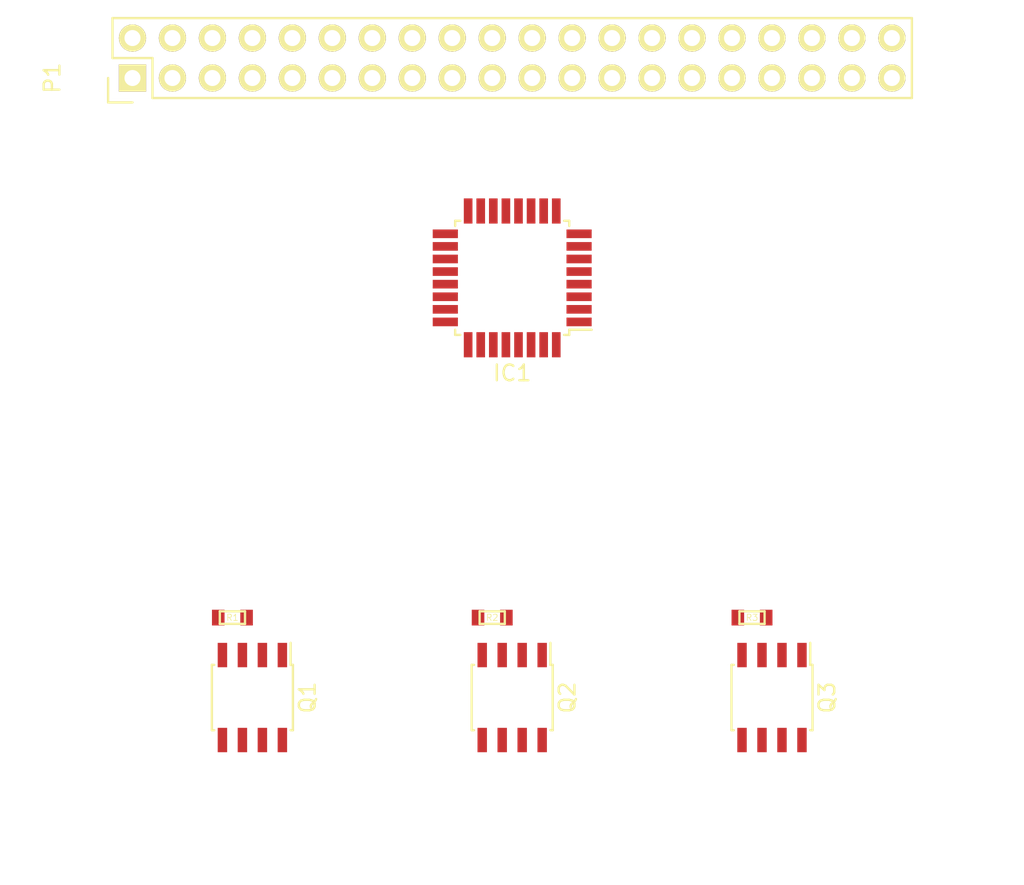
<source format=kicad_pcb>
(kicad_pcb (version 4) (host pcbnew 4.0.0~rc1a-stable)

  (general
    (links 42)
    (no_connects 42)
    (area 0 0 0 0)
    (thickness 1.6)
    (drawings 57)
    (tracks 0)
    (zones 0)
    (modules 8)
    (nets 61)
  )

  (page A4)
  (layers
    (0 F.Cu signal)
    (31 B.Cu signal)
    (32 B.Adhes user)
    (33 F.Adhes user)
    (34 B.Paste user)
    (35 F.Paste user)
    (36 B.SilkS user)
    (37 F.SilkS user)
    (38 B.Mask user)
    (39 F.Mask user)
    (40 Dwgs.User user)
    (41 Cmts.User user)
    (42 Eco1.User user)
    (43 Eco2.User user)
    (44 Edge.Cuts user)
    (45 Margin user)
    (46 B.CrtYd user)
    (47 F.CrtYd user)
    (48 B.Fab user)
    (49 F.Fab user)
  )

  (setup
    (last_trace_width 0.25)
    (trace_clearance 0.2)
    (zone_clearance 0.508)
    (zone_45_only no)
    (trace_min 0.2)
    (segment_width 0.2)
    (edge_width 0.15)
    (via_size 0.6)
    (via_drill 0.4)
    (via_min_size 0.4)
    (via_min_drill 0.3)
    (uvia_size 0.3)
    (uvia_drill 0.1)
    (uvias_allowed no)
    (uvia_min_size 0.2)
    (uvia_min_drill 0.1)
    (pcb_text_width 0.3)
    (pcb_text_size 1.5 1.5)
    (mod_edge_width 0.15)
    (mod_text_size 1 1)
    (mod_text_width 0.15)
    (pad_size 1.524 1.524)
    (pad_drill 0.762)
    (pad_to_mask_clearance 0.2)
    (aux_axis_origin 0 0)
    (visible_elements FFFFFF7F)
    (pcbplotparams
      (layerselection 0x00030_80000001)
      (usegerberextensions false)
      (excludeedgelayer true)
      (linewidth 0.100000)
      (plotframeref false)
      (viasonmask false)
      (mode 1)
      (useauxorigin false)
      (hpglpennumber 1)
      (hpglpenspeed 20)
      (hpglpendiameter 15)
      (hpglpenoverlay 2)
      (psnegative false)
      (psa4output false)
      (plotreference true)
      (plotvalue true)
      (plotinvisibletext false)
      (padsonsilk false)
      (subtractmaskfromsilk false)
      (outputformat 1)
      (mirror false)
      (drillshape 1)
      (scaleselection 1)
      (outputdirectory ""))
  )

  (net 0 "")
  (net 1 "Net-(IC1-Pad1)")
  (net 2 "Net-(IC1-Pad2)")
  (net 3 "Net-(IC1-Pad3)")
  (net 4 "Net-(IC1-Pad6)")
  (net 5 "Net-(IC1-Pad7)")
  (net 6 "Net-(IC1-Pad8)")
  (net 7 "Net-(IC1-Pad9)")
  (net 8 "Net-(IC1-Pad10)")
  (net 9 "Net-(IC1-Pad11)")
  (net 10 "Net-(IC1-Pad12)")
  (net 11 "Net-(IC1-Pad13)")
  (net 12 "Net-(IC1-Pad14)")
  (net 13 "Net-(IC1-Pad18)")
  (net 14 "Net-(IC1-Pad19)")
  (net 15 "Net-(IC1-Pad20)")
  (net 16 "Net-(IC1-Pad22)")
  (net 17 "Net-(IC1-Pad26)")
  (net 18 "Net-(IC1-Pad27)")
  (net 19 "Net-(IC1-Pad28)")
  (net 20 "Net-(IC1-Pad30)")
  (net 21 "Net-(IC1-Pad31)")
  (net 22 "Net-(IC1-Pad32)")
  (net 23 "Net-(P1-Pad3)")
  (net 24 "Net-(P1-Pad5)")
  (net 25 "Net-(P1-Pad8)")
  (net 26 "Net-(P1-Pad9)")
  (net 27 "Net-(P1-Pad10)")
  (net 28 "Net-(P1-Pad11)")
  (net 29 "Net-(P1-Pad12)")
  (net 30 "Net-(P1-Pad13)")
  (net 31 "Net-(P1-Pad16)")
  (net 32 "Net-(P1-Pad18)")
  (net 33 "Net-(P1-Pad20)")
  (net 34 "Net-(P1-Pad22)")
  (net 35 "Net-(P1-Pad24)")
  (net 36 "Net-(P1-Pad26)")
  (net 37 "Net-(P1-Pad27)")
  (net 38 "Net-(P1-Pad28)")
  (net 39 "Net-(P1-Pad29)")
  (net 40 "Net-(P1-Pad31)")
  (net 41 "Net-(P1-Pad32)")
  (net 42 "Net-(P1-Pad33)")
  (net 43 "Net-(P1-Pad35)")
  (net 44 "Net-(P1-Pad36)")
  (net 45 "Net-(P1-Pad37)")
  (net 46 "Net-(P1-Pad38)")
  (net 47 "Net-(P1-Pad40)")
  (net 48 GND)
  (net 49 R)
  (net 50 "Net-(Q1-Pad5)")
  (net 51 G)
  (net 52 "Net-(Q2-Pad5)")
  (net 53 B)
  (net 54 "Net-(Q3-Pad5)")
  (net 55 3v3)
  (net 56 5V)
  (net 57 MOSI)
  (net 58 MISO)
  (net 59 SCK)
  (net 60 RESET)

  (net_class Default "This is the default net class."
    (clearance 0.2)
    (trace_width 0.25)
    (via_dia 0.6)
    (via_drill 0.4)
    (uvia_dia 0.3)
    (uvia_drill 0.1)
    (add_net 3v3)
    (add_net 5V)
    (add_net B)
    (add_net G)
    (add_net GND)
    (add_net MISO)
    (add_net MOSI)
    (add_net "Net-(IC1-Pad1)")
    (add_net "Net-(IC1-Pad10)")
    (add_net "Net-(IC1-Pad11)")
    (add_net "Net-(IC1-Pad12)")
    (add_net "Net-(IC1-Pad13)")
    (add_net "Net-(IC1-Pad14)")
    (add_net "Net-(IC1-Pad18)")
    (add_net "Net-(IC1-Pad19)")
    (add_net "Net-(IC1-Pad2)")
    (add_net "Net-(IC1-Pad20)")
    (add_net "Net-(IC1-Pad22)")
    (add_net "Net-(IC1-Pad26)")
    (add_net "Net-(IC1-Pad27)")
    (add_net "Net-(IC1-Pad28)")
    (add_net "Net-(IC1-Pad3)")
    (add_net "Net-(IC1-Pad30)")
    (add_net "Net-(IC1-Pad31)")
    (add_net "Net-(IC1-Pad32)")
    (add_net "Net-(IC1-Pad6)")
    (add_net "Net-(IC1-Pad7)")
    (add_net "Net-(IC1-Pad8)")
    (add_net "Net-(IC1-Pad9)")
    (add_net "Net-(P1-Pad10)")
    (add_net "Net-(P1-Pad11)")
    (add_net "Net-(P1-Pad12)")
    (add_net "Net-(P1-Pad13)")
    (add_net "Net-(P1-Pad16)")
    (add_net "Net-(P1-Pad18)")
    (add_net "Net-(P1-Pad20)")
    (add_net "Net-(P1-Pad22)")
    (add_net "Net-(P1-Pad24)")
    (add_net "Net-(P1-Pad26)")
    (add_net "Net-(P1-Pad27)")
    (add_net "Net-(P1-Pad28)")
    (add_net "Net-(P1-Pad29)")
    (add_net "Net-(P1-Pad3)")
    (add_net "Net-(P1-Pad31)")
    (add_net "Net-(P1-Pad32)")
    (add_net "Net-(P1-Pad33)")
    (add_net "Net-(P1-Pad35)")
    (add_net "Net-(P1-Pad36)")
    (add_net "Net-(P1-Pad37)")
    (add_net "Net-(P1-Pad38)")
    (add_net "Net-(P1-Pad40)")
    (add_net "Net-(P1-Pad5)")
    (add_net "Net-(P1-Pad8)")
    (add_net "Net-(P1-Pad9)")
    (add_net "Net-(Q1-Pad5)")
    (add_net "Net-(Q2-Pad5)")
    (add_net "Net-(Q3-Pad5)")
    (add_net R)
    (add_net RESET)
    (add_net SCK)
  )

  (module Housings_QFP:TQFP-32_7x7mm_Pitch0.8mm (layer F.Cu) (tedit 54130A77) (tstamp 5669DC1F)
    (at 130.81 76.2 180)
    (descr "32-Lead Plastic Thin Quad Flatpack (PT) - 7x7x1.0 mm Body, 2.00 mm [TQFP] (see Microchip Packaging Specification 00000049BS.pdf)")
    (tags "QFP 0.8")
    (path /5669BE33)
    (attr smd)
    (fp_text reference IC1 (at 0 -6.05 180) (layer F.SilkS)
      (effects (font (size 1 1) (thickness 0.15)))
    )
    (fp_text value ATTINY48-A (at 0 6.05 180) (layer F.Fab)
      (effects (font (size 1 1) (thickness 0.15)))
    )
    (fp_line (start -5.3 -5.3) (end -5.3 5.3) (layer F.CrtYd) (width 0.05))
    (fp_line (start 5.3 -5.3) (end 5.3 5.3) (layer F.CrtYd) (width 0.05))
    (fp_line (start -5.3 -5.3) (end 5.3 -5.3) (layer F.CrtYd) (width 0.05))
    (fp_line (start -5.3 5.3) (end 5.3 5.3) (layer F.CrtYd) (width 0.05))
    (fp_line (start -3.625 -3.625) (end -3.625 -3.3) (layer F.SilkS) (width 0.15))
    (fp_line (start 3.625 -3.625) (end 3.625 -3.3) (layer F.SilkS) (width 0.15))
    (fp_line (start 3.625 3.625) (end 3.625 3.3) (layer F.SilkS) (width 0.15))
    (fp_line (start -3.625 3.625) (end -3.625 3.3) (layer F.SilkS) (width 0.15))
    (fp_line (start -3.625 -3.625) (end -3.3 -3.625) (layer F.SilkS) (width 0.15))
    (fp_line (start -3.625 3.625) (end -3.3 3.625) (layer F.SilkS) (width 0.15))
    (fp_line (start 3.625 3.625) (end 3.3 3.625) (layer F.SilkS) (width 0.15))
    (fp_line (start 3.625 -3.625) (end 3.3 -3.625) (layer F.SilkS) (width 0.15))
    (fp_line (start -3.625 -3.3) (end -5.05 -3.3) (layer F.SilkS) (width 0.15))
    (pad 1 smd rect (at -4.25 -2.8 180) (size 1.6 0.55) (layers F.Cu F.Paste F.Mask)
      (net 1 "Net-(IC1-Pad1)"))
    (pad 2 smd rect (at -4.25 -2 180) (size 1.6 0.55) (layers F.Cu F.Paste F.Mask)
      (net 2 "Net-(IC1-Pad2)"))
    (pad 3 smd rect (at -4.25 -1.2 180) (size 1.6 0.55) (layers F.Cu F.Paste F.Mask)
      (net 3 "Net-(IC1-Pad3)"))
    (pad 4 smd rect (at -4.25 -0.4 180) (size 1.6 0.55) (layers F.Cu F.Paste F.Mask)
      (net 55 3v3))
    (pad 5 smd rect (at -4.25 0.4 180) (size 1.6 0.55) (layers F.Cu F.Paste F.Mask)
      (net 48 GND))
    (pad 6 smd rect (at -4.25 1.2 180) (size 1.6 0.55) (layers F.Cu F.Paste F.Mask)
      (net 4 "Net-(IC1-Pad6)"))
    (pad 7 smd rect (at -4.25 2 180) (size 1.6 0.55) (layers F.Cu F.Paste F.Mask)
      (net 5 "Net-(IC1-Pad7)"))
    (pad 8 smd rect (at -4.25 2.8 180) (size 1.6 0.55) (layers F.Cu F.Paste F.Mask)
      (net 6 "Net-(IC1-Pad8)"))
    (pad 9 smd rect (at -2.8 4.25 270) (size 1.6 0.55) (layers F.Cu F.Paste F.Mask)
      (net 7 "Net-(IC1-Pad9)"))
    (pad 10 smd rect (at -2 4.25 270) (size 1.6 0.55) (layers F.Cu F.Paste F.Mask)
      (net 8 "Net-(IC1-Pad10)"))
    (pad 11 smd rect (at -1.2 4.25 270) (size 1.6 0.55) (layers F.Cu F.Paste F.Mask)
      (net 9 "Net-(IC1-Pad11)"))
    (pad 12 smd rect (at -0.4 4.25 270) (size 1.6 0.55) (layers F.Cu F.Paste F.Mask)
      (net 10 "Net-(IC1-Pad12)"))
    (pad 13 smd rect (at 0.4 4.25 270) (size 1.6 0.55) (layers F.Cu F.Paste F.Mask)
      (net 11 "Net-(IC1-Pad13)"))
    (pad 14 smd rect (at 1.2 4.25 270) (size 1.6 0.55) (layers F.Cu F.Paste F.Mask)
      (net 12 "Net-(IC1-Pad14)"))
    (pad 15 smd rect (at 2 4.25 270) (size 1.6 0.55) (layers F.Cu F.Paste F.Mask)
      (net 57 MOSI))
    (pad 16 smd rect (at 2.8 4.25 270) (size 1.6 0.55) (layers F.Cu F.Paste F.Mask)
      (net 58 MISO))
    (pad 17 smd rect (at 4.25 2.8 180) (size 1.6 0.55) (layers F.Cu F.Paste F.Mask)
      (net 59 SCK))
    (pad 18 smd rect (at 4.25 2 180) (size 1.6 0.55) (layers F.Cu F.Paste F.Mask)
      (net 13 "Net-(IC1-Pad18)"))
    (pad 19 smd rect (at 4.25 1.2 180) (size 1.6 0.55) (layers F.Cu F.Paste F.Mask)
      (net 14 "Net-(IC1-Pad19)"))
    (pad 20 smd rect (at 4.25 0.4 180) (size 1.6 0.55) (layers F.Cu F.Paste F.Mask)
      (net 15 "Net-(IC1-Pad20)"))
    (pad 21 smd rect (at 4.25 -0.4 180) (size 1.6 0.55) (layers F.Cu F.Paste F.Mask)
      (net 48 GND))
    (pad 22 smd rect (at 4.25 -1.2 180) (size 1.6 0.55) (layers F.Cu F.Paste F.Mask)
      (net 16 "Net-(IC1-Pad22)"))
    (pad 23 smd rect (at 4.25 -2 180) (size 1.6 0.55) (layers F.Cu F.Paste F.Mask)
      (net 49 R))
    (pad 24 smd rect (at 4.25 -2.8 180) (size 1.6 0.55) (layers F.Cu F.Paste F.Mask)
      (net 51 G))
    (pad 25 smd rect (at 2.8 -4.25 270) (size 1.6 0.55) (layers F.Cu F.Paste F.Mask)
      (net 53 B))
    (pad 26 smd rect (at 2 -4.25 270) (size 1.6 0.55) (layers F.Cu F.Paste F.Mask)
      (net 17 "Net-(IC1-Pad26)"))
    (pad 27 smd rect (at 1.2 -4.25 270) (size 1.6 0.55) (layers F.Cu F.Paste F.Mask)
      (net 18 "Net-(IC1-Pad27)"))
    (pad 28 smd rect (at 0.4 -4.25 270) (size 1.6 0.55) (layers F.Cu F.Paste F.Mask)
      (net 19 "Net-(IC1-Pad28)"))
    (pad 29 smd rect (at -0.4 -4.25 270) (size 1.6 0.55) (layers F.Cu F.Paste F.Mask)
      (net 60 RESET))
    (pad 30 smd rect (at -1.2 -4.25 270) (size 1.6 0.55) (layers F.Cu F.Paste F.Mask)
      (net 20 "Net-(IC1-Pad30)"))
    (pad 31 smd rect (at -2 -4.25 270) (size 1.6 0.55) (layers F.Cu F.Paste F.Mask)
      (net 21 "Net-(IC1-Pad31)"))
    (pad 32 smd rect (at -2.8 -4.25 270) (size 1.6 0.55) (layers F.Cu F.Paste F.Mask)
      (net 22 "Net-(IC1-Pad32)"))
    (model Housings_QFP.3dshapes/TQFP-32_7x7mm_Pitch0.8mm.wrl
      (at (xyz 0 0 0))
      (scale (xyz 1 1 1))
      (rotate (xyz 0 0 0))
    )
  )

  (module Pin_Headers:Pin_Header_Straight_2x20 (layer F.Cu) (tedit 0) (tstamp 5669DC4B)
    (at 106.68 63.5 90)
    (descr "Through hole pin header")
    (tags "pin header")
    (path /5669BE7E)
    (fp_text reference P1 (at 0 -5.1 90) (layer F.SilkS)
      (effects (font (size 1 1) (thickness 0.15)))
    )
    (fp_text value CONN_02X20 (at 0 -3.1 90) (layer F.Fab)
      (effects (font (size 1 1) (thickness 0.15)))
    )
    (fp_line (start -1.75 -1.75) (end -1.75 50.05) (layer F.CrtYd) (width 0.05))
    (fp_line (start 4.3 -1.75) (end 4.3 50.05) (layer F.CrtYd) (width 0.05))
    (fp_line (start -1.75 -1.75) (end 4.3 -1.75) (layer F.CrtYd) (width 0.05))
    (fp_line (start -1.75 50.05) (end 4.3 50.05) (layer F.CrtYd) (width 0.05))
    (fp_line (start 3.81 49.53) (end 3.81 -1.27) (layer F.SilkS) (width 0.15))
    (fp_line (start -1.27 1.27) (end -1.27 49.53) (layer F.SilkS) (width 0.15))
    (fp_line (start 3.81 49.53) (end -1.27 49.53) (layer F.SilkS) (width 0.15))
    (fp_line (start 3.81 -1.27) (end 1.27 -1.27) (layer F.SilkS) (width 0.15))
    (fp_line (start 0 -1.55) (end -1.55 -1.55) (layer F.SilkS) (width 0.15))
    (fp_line (start 1.27 -1.27) (end 1.27 1.27) (layer F.SilkS) (width 0.15))
    (fp_line (start 1.27 1.27) (end -1.27 1.27) (layer F.SilkS) (width 0.15))
    (fp_line (start -1.55 -1.55) (end -1.55 0) (layer F.SilkS) (width 0.15))
    (pad 1 thru_hole rect (at 0 0 90) (size 1.7272 1.7272) (drill 1.016) (layers *.Cu *.Mask F.SilkS)
      (net 55 3v3))
    (pad 2 thru_hole oval (at 2.54 0 90) (size 1.7272 1.7272) (drill 1.016) (layers *.Cu *.Mask F.SilkS)
      (net 56 5V))
    (pad 3 thru_hole oval (at 0 2.54 90) (size 1.7272 1.7272) (drill 1.016) (layers *.Cu *.Mask F.SilkS)
      (net 23 "Net-(P1-Pad3)"))
    (pad 4 thru_hole oval (at 2.54 2.54 90) (size 1.7272 1.7272) (drill 1.016) (layers *.Cu *.Mask F.SilkS)
      (net 56 5V))
    (pad 5 thru_hole oval (at 0 5.08 90) (size 1.7272 1.7272) (drill 1.016) (layers *.Cu *.Mask F.SilkS)
      (net 24 "Net-(P1-Pad5)"))
    (pad 6 thru_hole oval (at 2.54 5.08 90) (size 1.7272 1.7272) (drill 1.016) (layers *.Cu *.Mask F.SilkS)
      (net 48 GND))
    (pad 7 thru_hole oval (at 0 7.62 90) (size 1.7272 1.7272) (drill 1.016) (layers *.Cu *.Mask F.SilkS)
      (net 48 GND))
    (pad 8 thru_hole oval (at 2.54 7.62 90) (size 1.7272 1.7272) (drill 1.016) (layers *.Cu *.Mask F.SilkS)
      (net 25 "Net-(P1-Pad8)"))
    (pad 9 thru_hole oval (at 0 10.16 90) (size 1.7272 1.7272) (drill 1.016) (layers *.Cu *.Mask F.SilkS)
      (net 26 "Net-(P1-Pad9)"))
    (pad 10 thru_hole oval (at 2.54 10.16 90) (size 1.7272 1.7272) (drill 1.016) (layers *.Cu *.Mask F.SilkS)
      (net 27 "Net-(P1-Pad10)"))
    (pad 11 thru_hole oval (at 0 12.7 90) (size 1.7272 1.7272) (drill 1.016) (layers *.Cu *.Mask F.SilkS)
      (net 28 "Net-(P1-Pad11)"))
    (pad 12 thru_hole oval (at 2.54 12.7 90) (size 1.7272 1.7272) (drill 1.016) (layers *.Cu *.Mask F.SilkS)
      (net 29 "Net-(P1-Pad12)"))
    (pad 13 thru_hole oval (at 0 15.24 90) (size 1.7272 1.7272) (drill 1.016) (layers *.Cu *.Mask F.SilkS)
      (net 30 "Net-(P1-Pad13)"))
    (pad 14 thru_hole oval (at 2.54 15.24 90) (size 1.7272 1.7272) (drill 1.016) (layers *.Cu *.Mask F.SilkS)
      (net 48 GND))
    (pad 15 thru_hole oval (at 0 17.78 90) (size 1.7272 1.7272) (drill 1.016) (layers *.Cu *.Mask F.SilkS)
      (net 60 RESET))
    (pad 16 thru_hole oval (at 2.54 17.78 90) (size 1.7272 1.7272) (drill 1.016) (layers *.Cu *.Mask F.SilkS)
      (net 31 "Net-(P1-Pad16)"))
    (pad 17 thru_hole oval (at 0 20.32 90) (size 1.7272 1.7272) (drill 1.016) (layers *.Cu *.Mask F.SilkS)
      (net 55 3v3))
    (pad 18 thru_hole oval (at 2.54 20.32 90) (size 1.7272 1.7272) (drill 1.016) (layers *.Cu *.Mask F.SilkS)
      (net 32 "Net-(P1-Pad18)"))
    (pad 19 thru_hole oval (at 0 22.86 90) (size 1.7272 1.7272) (drill 1.016) (layers *.Cu *.Mask F.SilkS)
      (net 57 MOSI))
    (pad 20 thru_hole oval (at 2.54 22.86 90) (size 1.7272 1.7272) (drill 1.016) (layers *.Cu *.Mask F.SilkS)
      (net 33 "Net-(P1-Pad20)"))
    (pad 21 thru_hole oval (at 0 25.4 90) (size 1.7272 1.7272) (drill 1.016) (layers *.Cu *.Mask F.SilkS)
      (net 58 MISO))
    (pad 22 thru_hole oval (at 2.54 25.4 90) (size 1.7272 1.7272) (drill 1.016) (layers *.Cu *.Mask F.SilkS)
      (net 34 "Net-(P1-Pad22)"))
    (pad 23 thru_hole oval (at 0 27.94 90) (size 1.7272 1.7272) (drill 1.016) (layers *.Cu *.Mask F.SilkS)
      (net 59 SCK))
    (pad 24 thru_hole oval (at 2.54 27.94 90) (size 1.7272 1.7272) (drill 1.016) (layers *.Cu *.Mask F.SilkS)
      (net 35 "Net-(P1-Pad24)"))
    (pad 25 thru_hole oval (at 0 30.48 90) (size 1.7272 1.7272) (drill 1.016) (layers *.Cu *.Mask F.SilkS)
      (net 48 GND))
    (pad 26 thru_hole oval (at 2.54 30.48 90) (size 1.7272 1.7272) (drill 1.016) (layers *.Cu *.Mask F.SilkS)
      (net 36 "Net-(P1-Pad26)"))
    (pad 27 thru_hole oval (at 0 33.02 90) (size 1.7272 1.7272) (drill 1.016) (layers *.Cu *.Mask F.SilkS)
      (net 37 "Net-(P1-Pad27)"))
    (pad 28 thru_hole oval (at 2.54 33.02 90) (size 1.7272 1.7272) (drill 1.016) (layers *.Cu *.Mask F.SilkS)
      (net 38 "Net-(P1-Pad28)"))
    (pad 29 thru_hole oval (at 0 35.56 90) (size 1.7272 1.7272) (drill 1.016) (layers *.Cu *.Mask F.SilkS)
      (net 39 "Net-(P1-Pad29)"))
    (pad 30 thru_hole oval (at 2.54 35.56 90) (size 1.7272 1.7272) (drill 1.016) (layers *.Cu *.Mask F.SilkS)
      (net 48 GND))
    (pad 31 thru_hole oval (at 0 38.1 90) (size 1.7272 1.7272) (drill 1.016) (layers *.Cu *.Mask F.SilkS)
      (net 40 "Net-(P1-Pad31)"))
    (pad 32 thru_hole oval (at 2.54 38.1 90) (size 1.7272 1.7272) (drill 1.016) (layers *.Cu *.Mask F.SilkS)
      (net 41 "Net-(P1-Pad32)"))
    (pad 33 thru_hole oval (at 0 40.64 90) (size 1.7272 1.7272) (drill 1.016) (layers *.Cu *.Mask F.SilkS)
      (net 42 "Net-(P1-Pad33)"))
    (pad 34 thru_hole oval (at 2.54 40.64 90) (size 1.7272 1.7272) (drill 1.016) (layers *.Cu *.Mask F.SilkS)
      (net 48 GND))
    (pad 35 thru_hole oval (at 0 43.18 90) (size 1.7272 1.7272) (drill 1.016) (layers *.Cu *.Mask F.SilkS)
      (net 43 "Net-(P1-Pad35)"))
    (pad 36 thru_hole oval (at 2.54 43.18 90) (size 1.7272 1.7272) (drill 1.016) (layers *.Cu *.Mask F.SilkS)
      (net 44 "Net-(P1-Pad36)"))
    (pad 37 thru_hole oval (at 0 45.72 90) (size 1.7272 1.7272) (drill 1.016) (layers *.Cu *.Mask F.SilkS)
      (net 45 "Net-(P1-Pad37)"))
    (pad 38 thru_hole oval (at 2.54 45.72 90) (size 1.7272 1.7272) (drill 1.016) (layers *.Cu *.Mask F.SilkS)
      (net 46 "Net-(P1-Pad38)"))
    (pad 39 thru_hole oval (at 0 48.26 90) (size 1.7272 1.7272) (drill 1.016) (layers *.Cu *.Mask F.SilkS)
      (net 48 GND))
    (pad 40 thru_hole oval (at 2.54 48.26 90) (size 1.7272 1.7272) (drill 1.016) (layers *.Cu *.Mask F.SilkS)
      (net 47 "Net-(P1-Pad40)"))
    (model Pin_Headers.3dshapes/Pin_Header_Straight_2x20.wrl
      (at (xyz 0.05 -0.95 0))
      (scale (xyz 1 1 1))
      (rotate (xyz 0 0 90))
    )
  )

  (module Housings_SOIC:SOIC-8_3.9x4.9mm_Pitch1.27mm (layer F.Cu) (tedit 54130A77) (tstamp 5669EE95)
    (at 114.3 102.87 270)
    (descr "8-Lead Plastic Small Outline (SN) - Narrow, 3.90 mm Body [SOIC] (see Microchip Packaging Specification 00000049BS.pdf)")
    (tags "SOIC 1.27")
    (path /5669ECE3)
    (attr smd)
    (fp_text reference Q1 (at 0 -3.5 270) (layer F.SilkS)
      (effects (font (size 1 1) (thickness 0.15)))
    )
    (fp_text value AM4874N (at 0 3.5 270) (layer F.Fab)
      (effects (font (size 1 1) (thickness 0.15)))
    )
    (fp_line (start -3.75 -2.75) (end -3.75 2.75) (layer F.CrtYd) (width 0.05))
    (fp_line (start 3.75 -2.75) (end 3.75 2.75) (layer F.CrtYd) (width 0.05))
    (fp_line (start -3.75 -2.75) (end 3.75 -2.75) (layer F.CrtYd) (width 0.05))
    (fp_line (start -3.75 2.75) (end 3.75 2.75) (layer F.CrtYd) (width 0.05))
    (fp_line (start -2.075 -2.575) (end -2.075 -2.43) (layer F.SilkS) (width 0.15))
    (fp_line (start 2.075 -2.575) (end 2.075 -2.43) (layer F.SilkS) (width 0.15))
    (fp_line (start 2.075 2.575) (end 2.075 2.43) (layer F.SilkS) (width 0.15))
    (fp_line (start -2.075 2.575) (end -2.075 2.43) (layer F.SilkS) (width 0.15))
    (fp_line (start -2.075 -2.575) (end 2.075 -2.575) (layer F.SilkS) (width 0.15))
    (fp_line (start -2.075 2.575) (end 2.075 2.575) (layer F.SilkS) (width 0.15))
    (fp_line (start -2.075 -2.43) (end -3.475 -2.43) (layer F.SilkS) (width 0.15))
    (pad 1 smd rect (at -2.7 -1.905 270) (size 1.55 0.6) (layers F.Cu F.Paste F.Mask)
      (net 48 GND))
    (pad 2 smd rect (at -2.7 -0.635 270) (size 1.55 0.6) (layers F.Cu F.Paste F.Mask)
      (net 48 GND))
    (pad 3 smd rect (at -2.7 0.635 270) (size 1.55 0.6) (layers F.Cu F.Paste F.Mask)
      (net 48 GND))
    (pad 4 smd rect (at -2.7 1.905 270) (size 1.55 0.6) (layers F.Cu F.Paste F.Mask)
      (net 49 R))
    (pad 5 smd rect (at 2.7 1.905 270) (size 1.55 0.6) (layers F.Cu F.Paste F.Mask)
      (net 50 "Net-(Q1-Pad5)"))
    (pad 6 smd rect (at 2.7 0.635 270) (size 1.55 0.6) (layers F.Cu F.Paste F.Mask)
      (net 50 "Net-(Q1-Pad5)"))
    (pad 7 smd rect (at 2.7 -0.635 270) (size 1.55 0.6) (layers F.Cu F.Paste F.Mask)
      (net 50 "Net-(Q1-Pad5)"))
    (pad 8 smd rect (at 2.7 -1.905 270) (size 1.55 0.6) (layers F.Cu F.Paste F.Mask)
      (net 50 "Net-(Q1-Pad5)"))
    (model Housings_SOIC.3dshapes/SOIC-8_3.9x4.9mm_Pitch1.27mm.wrl
      (at (xyz 0 0 0))
      (scale (xyz 1 1 1))
      (rotate (xyz 0 0 0))
    )
  )

  (module Housings_SOIC:SOIC-8_3.9x4.9mm_Pitch1.27mm (layer F.Cu) (tedit 54130A77) (tstamp 5669EEA1)
    (at 130.81 102.87 270)
    (descr "8-Lead Plastic Small Outline (SN) - Narrow, 3.90 mm Body [SOIC] (see Microchip Packaging Specification 00000049BS.pdf)")
    (tags "SOIC 1.27")
    (path /566A080E)
    (attr smd)
    (fp_text reference Q2 (at 0 -3.5 270) (layer F.SilkS)
      (effects (font (size 1 1) (thickness 0.15)))
    )
    (fp_text value AM4874N (at 0 3.5 270) (layer F.Fab)
      (effects (font (size 1 1) (thickness 0.15)))
    )
    (fp_line (start -3.75 -2.75) (end -3.75 2.75) (layer F.CrtYd) (width 0.05))
    (fp_line (start 3.75 -2.75) (end 3.75 2.75) (layer F.CrtYd) (width 0.05))
    (fp_line (start -3.75 -2.75) (end 3.75 -2.75) (layer F.CrtYd) (width 0.05))
    (fp_line (start -3.75 2.75) (end 3.75 2.75) (layer F.CrtYd) (width 0.05))
    (fp_line (start -2.075 -2.575) (end -2.075 -2.43) (layer F.SilkS) (width 0.15))
    (fp_line (start 2.075 -2.575) (end 2.075 -2.43) (layer F.SilkS) (width 0.15))
    (fp_line (start 2.075 2.575) (end 2.075 2.43) (layer F.SilkS) (width 0.15))
    (fp_line (start -2.075 2.575) (end -2.075 2.43) (layer F.SilkS) (width 0.15))
    (fp_line (start -2.075 -2.575) (end 2.075 -2.575) (layer F.SilkS) (width 0.15))
    (fp_line (start -2.075 2.575) (end 2.075 2.575) (layer F.SilkS) (width 0.15))
    (fp_line (start -2.075 -2.43) (end -3.475 -2.43) (layer F.SilkS) (width 0.15))
    (pad 1 smd rect (at -2.7 -1.905 270) (size 1.55 0.6) (layers F.Cu F.Paste F.Mask)
      (net 48 GND))
    (pad 2 smd rect (at -2.7 -0.635 270) (size 1.55 0.6) (layers F.Cu F.Paste F.Mask)
      (net 48 GND))
    (pad 3 smd rect (at -2.7 0.635 270) (size 1.55 0.6) (layers F.Cu F.Paste F.Mask)
      (net 48 GND))
    (pad 4 smd rect (at -2.7 1.905 270) (size 1.55 0.6) (layers F.Cu F.Paste F.Mask)
      (net 51 G))
    (pad 5 smd rect (at 2.7 1.905 270) (size 1.55 0.6) (layers F.Cu F.Paste F.Mask)
      (net 52 "Net-(Q2-Pad5)"))
    (pad 6 smd rect (at 2.7 0.635 270) (size 1.55 0.6) (layers F.Cu F.Paste F.Mask)
      (net 52 "Net-(Q2-Pad5)"))
    (pad 7 smd rect (at 2.7 -0.635 270) (size 1.55 0.6) (layers F.Cu F.Paste F.Mask)
      (net 52 "Net-(Q2-Pad5)"))
    (pad 8 smd rect (at 2.7 -1.905 270) (size 1.55 0.6) (layers F.Cu F.Paste F.Mask)
      (net 52 "Net-(Q2-Pad5)"))
    (model Housings_SOIC.3dshapes/SOIC-8_3.9x4.9mm_Pitch1.27mm.wrl
      (at (xyz 0 0 0))
      (scale (xyz 1 1 1))
      (rotate (xyz 0 0 0))
    )
  )

  (module Housings_SOIC:SOIC-8_3.9x4.9mm_Pitch1.27mm (layer F.Cu) (tedit 54130A77) (tstamp 5669EEAD)
    (at 147.32 102.87 270)
    (descr "8-Lead Plastic Small Outline (SN) - Narrow, 3.90 mm Body [SOIC] (see Microchip Packaging Specification 00000049BS.pdf)")
    (tags "SOIC 1.27")
    (path /566A08B1)
    (attr smd)
    (fp_text reference Q3 (at 0 -3.5 270) (layer F.SilkS)
      (effects (font (size 1 1) (thickness 0.15)))
    )
    (fp_text value AM4874N (at 0 3.5 270) (layer F.Fab)
      (effects (font (size 1 1) (thickness 0.15)))
    )
    (fp_line (start -3.75 -2.75) (end -3.75 2.75) (layer F.CrtYd) (width 0.05))
    (fp_line (start 3.75 -2.75) (end 3.75 2.75) (layer F.CrtYd) (width 0.05))
    (fp_line (start -3.75 -2.75) (end 3.75 -2.75) (layer F.CrtYd) (width 0.05))
    (fp_line (start -3.75 2.75) (end 3.75 2.75) (layer F.CrtYd) (width 0.05))
    (fp_line (start -2.075 -2.575) (end -2.075 -2.43) (layer F.SilkS) (width 0.15))
    (fp_line (start 2.075 -2.575) (end 2.075 -2.43) (layer F.SilkS) (width 0.15))
    (fp_line (start 2.075 2.575) (end 2.075 2.43) (layer F.SilkS) (width 0.15))
    (fp_line (start -2.075 2.575) (end -2.075 2.43) (layer F.SilkS) (width 0.15))
    (fp_line (start -2.075 -2.575) (end 2.075 -2.575) (layer F.SilkS) (width 0.15))
    (fp_line (start -2.075 2.575) (end 2.075 2.575) (layer F.SilkS) (width 0.15))
    (fp_line (start -2.075 -2.43) (end -3.475 -2.43) (layer F.SilkS) (width 0.15))
    (pad 1 smd rect (at -2.7 -1.905 270) (size 1.55 0.6) (layers F.Cu F.Paste F.Mask)
      (net 48 GND))
    (pad 2 smd rect (at -2.7 -0.635 270) (size 1.55 0.6) (layers F.Cu F.Paste F.Mask)
      (net 48 GND))
    (pad 3 smd rect (at -2.7 0.635 270) (size 1.55 0.6) (layers F.Cu F.Paste F.Mask)
      (net 48 GND))
    (pad 4 smd rect (at -2.7 1.905 270) (size 1.55 0.6) (layers F.Cu F.Paste F.Mask)
      (net 53 B))
    (pad 5 smd rect (at 2.7 1.905 270) (size 1.55 0.6) (layers F.Cu F.Paste F.Mask)
      (net 54 "Net-(Q3-Pad5)"))
    (pad 6 smd rect (at 2.7 0.635 270) (size 1.55 0.6) (layers F.Cu F.Paste F.Mask)
      (net 54 "Net-(Q3-Pad5)"))
    (pad 7 smd rect (at 2.7 -0.635 270) (size 1.55 0.6) (layers F.Cu F.Paste F.Mask)
      (net 54 "Net-(Q3-Pad5)"))
    (pad 8 smd rect (at 2.7 -1.905 270) (size 1.55 0.6) (layers F.Cu F.Paste F.Mask)
      (net 54 "Net-(Q3-Pad5)"))
    (model Housings_SOIC.3dshapes/SOIC-8_3.9x4.9mm_Pitch1.27mm.wrl
      (at (xyz 0 0 0))
      (scale (xyz 1 1 1))
      (rotate (xyz 0 0 0))
    )
  )

  (module netl:SMD_0603 (layer F.Cu) (tedit 5669F128) (tstamp 5669EEB3)
    (at 113.03 97.79 180)
    (path /5669F082)
    (fp_text reference R1 (at 0 0 180) (layer F.SilkS)
      (effects (font (size 0.4 0.4) (thickness 0.05)))
    )
    (fp_text value R (at 0 -0.8 180) (layer F.Fab)
      (effects (font (size 0.4 0.4) (thickness 0.1)))
    )
    (fp_line (start -0.8 0.4) (end 0.8 0.4) (layer F.SilkS) (width 0.15))
    (fp_line (start 0.8 0.4) (end 0.8 -0.4) (layer F.SilkS) (width 0.15))
    (fp_line (start 0.8 -0.4) (end -0.8 -0.4) (layer F.SilkS) (width 0.15))
    (fp_line (start -0.8 -0.4) (end -0.8 0.4) (layer F.SilkS) (width 0.15))
    (pad 1 smd rect (at -1 0 180) (size 0.8 1) (drill (offset 0.1 0)) (layers F.Cu F.Paste F.Mask)
      (net 48 GND))
    (pad 2 smd rect (at 1 0 180) (size 0.8 1) (drill (offset -0.1 0)) (layers F.Cu F.Paste F.Mask)
      (net 49 R))
  )

  (module netl:SMD_0603 (layer F.Cu) (tedit 5537B97F) (tstamp 5669EEB9)
    (at 129.54 97.79 180)
    (path /5669F8CC)
    (fp_text reference R2 (at 0 0 180) (layer F.SilkS)
      (effects (font (size 0.4 0.4) (thickness 0.05)))
    )
    (fp_text value R (at 0 -0.8 180) (layer F.Fab)
      (effects (font (size 0.4 0.4) (thickness 0.1)))
    )
    (fp_line (start -0.8 0.4) (end 0.8 0.4) (layer F.SilkS) (width 0.15))
    (fp_line (start 0.8 0.4) (end 0.8 -0.4) (layer F.SilkS) (width 0.15))
    (fp_line (start 0.8 -0.4) (end -0.8 -0.4) (layer F.SilkS) (width 0.15))
    (fp_line (start -0.8 -0.4) (end -0.8 0.4) (layer F.SilkS) (width 0.15))
    (pad 1 smd rect (at -1 0 180) (size 0.8 1) (drill (offset 0.1 0)) (layers F.Cu F.Paste F.Mask)
      (net 48 GND))
    (pad 2 smd rect (at 1 0 180) (size 0.8 1) (drill (offset -0.1 0)) (layers F.Cu F.Paste F.Mask)
      (net 51 G))
  )

  (module netl:SMD_0603 (layer F.Cu) (tedit 5669F13C) (tstamp 5669EEBF)
    (at 146.05 97.79 180)
    (path /5669FAA4)
    (fp_text reference R3 (at 0 0 180) (layer F.SilkS)
      (effects (font (size 0.4 0.4) (thickness 0.05)))
    )
    (fp_text value R (at 0 -0.8 180) (layer F.Fab)
      (effects (font (size 0.4 0.4) (thickness 0.1)))
    )
    (fp_line (start -0.8 0.4) (end 0.8 0.4) (layer F.SilkS) (width 0.15))
    (fp_line (start 0.8 0.4) (end 0.8 -0.4) (layer F.SilkS) (width 0.15))
    (fp_line (start 0.8 -0.4) (end -0.8 -0.4) (layer F.SilkS) (width 0.15))
    (fp_line (start -0.8 -0.4) (end -0.8 0.4) (layer F.SilkS) (width 0.15))
    (pad 1 smd rect (at -1 0 180) (size 0.8 1) (drill (offset 0.1 0)) (layers F.Cu F.Paste F.Mask)
      (net 48 GND))
    (pad 2 smd rect (at 1 0 180) (size 0.8 1) (drill (offset -0.1 0)) (layers F.Cu F.Paste F.Mask)
      (net 53 B))
  )

  (gr_line (start 161.094491 62.229886) (end 161.094491 62.229886) (layer Dwgs.User) (width 0.1))
  (gr_line (start 160.718305 61.321695) (end 161.094491 62.229886) (layer Dwgs.User) (width 0.1))
  (gr_line (start 159.810111 60.945521) (end 160.718305 61.321695) (layer Dwgs.User) (width 0.1))
  (gr_line (start 158.901917 61.321695) (end 159.810111 60.945521) (layer Dwgs.User) (width 0.1))
  (gr_line (start 158.525732 62.229886) (end 158.901917 61.321695) (layer Dwgs.User) (width 0.1))
  (gr_line (start 158.901917 63.138077) (end 158.525732 62.229886) (layer Dwgs.User) (width 0.1))
  (gr_line (start 159.810111 63.514279) (end 158.901917 63.138077) (layer Dwgs.User) (width 0.1))
  (gr_line (start 160.718305 63.138077) (end 159.810111 63.514279) (layer Dwgs.User) (width 0.1))
  (gr_line (start 161.094491 62.229886) (end 160.718305 63.138077) (layer Dwgs.User) (width 0.1))
  (gr_line (start 103.094491 62.229886) (end 103.094491 62.229886) (layer Dwgs.User) (width 0.1))
  (gr_line (start 102.718305 61.321695) (end 103.094491 62.229886) (layer Dwgs.User) (width 0.1))
  (gr_line (start 101.810111 60.945521) (end 102.718305 61.321695) (layer Dwgs.User) (width 0.1))
  (gr_line (start 100.901918 61.321695) (end 101.810111 60.945521) (layer Dwgs.User) (width 0.1))
  (gr_line (start 100.525731 62.229886) (end 100.901918 61.321695) (layer Dwgs.User) (width 0.1))
  (gr_line (start 100.901917 63.138077) (end 100.525731 62.229886) (layer Dwgs.User) (width 0.1))
  (gr_line (start 101.810111 63.514279) (end 100.901917 63.138077) (layer Dwgs.User) (width 0.1))
  (gr_line (start 102.718306 63.138077) (end 101.810111 63.514279) (layer Dwgs.User) (width 0.1))
  (gr_line (start 103.094491 62.229886) (end 102.718306 63.138077) (layer Dwgs.User) (width 0.1))
  (gr_line (start 161.094491 111.229872) (end 161.094491 111.229872) (layer Dwgs.User) (width 0.1))
  (gr_line (start 160.718308 110.321681) (end 161.094491 111.229872) (layer Dwgs.User) (width 0.1))
  (gr_line (start 159.810111 109.945479) (end 160.718308 110.321681) (layer Dwgs.User) (width 0.1))
  (gr_line (start 158.901912 110.321681) (end 159.810111 109.945479) (layer Dwgs.User) (width 0.1))
  (gr_line (start 158.525732 111.229872) (end 158.901912 110.321681) (layer Dwgs.User) (width 0.1))
  (gr_line (start 158.901923 112.138064) (end 158.525732 111.229872) (layer Dwgs.User) (width 0.1))
  (gr_line (start 159.810111 112.514238) (end 158.901923 112.138064) (layer Dwgs.User) (width 0.1))
  (gr_line (start 160.7183 112.138064) (end 159.810111 112.514238) (layer Dwgs.User) (width 0.1))
  (gr_line (start 161.094491 111.229872) (end 160.7183 112.138064) (layer Dwgs.User) (width 0.1))
  (gr_line (start 103.094491 111.229872) (end 103.094491 111.229872) (layer Dwgs.User) (width 0.1))
  (gr_line (start 102.71831 110.321681) (end 103.094491 111.229872) (layer Dwgs.User) (width 0.1))
  (gr_line (start 101.810111 109.945479) (end 102.71831 110.321681) (layer Dwgs.User) (width 0.1))
  (gr_line (start 100.901913 110.321681) (end 101.810111 109.945479) (layer Dwgs.User) (width 0.1))
  (gr_line (start 100.525731 111.229872) (end 100.901913 110.321681) (layer Dwgs.User) (width 0.1))
  (gr_line (start 100.901923 112.138064) (end 100.525731 111.229872) (layer Dwgs.User) (width 0.1))
  (gr_line (start 101.810111 112.514238) (end 100.901923 112.138064) (layer Dwgs.User) (width 0.1))
  (gr_line (start 102.7183 112.138064) (end 101.810111 112.514238) (layer Dwgs.User) (width 0.1))
  (gr_line (start 103.094491 111.229872) (end 102.7183 112.138064) (layer Dwgs.User) (width 0.1))
  (gr_line (start 163.310113 62.229886) (end 163.310113 62.229886) (layer Dwgs.User) (width 0.1))
  (gr_line (start 163.035065 60.867514) (end 163.310113 62.229886) (layer Dwgs.User) (width 0.1))
  (gr_line (start 162.284986 59.755023) (end 163.035065 60.867514) (layer Dwgs.User) (width 0.1))
  (gr_line (start 161.172469 59.004932) (end 162.284986 59.755023) (layer Dwgs.User) (width 0.1))
  (gr_line (start 159.810111 58.729879) (end 161.172469 59.004932) (layer Dwgs.User) (width 0.1))
  (gr_line (start 101.810111 58.729879) (end 159.810111 58.729879) (layer Dwgs.User) (width 0.1))
  (gr_line (start 100.447754 59.004932) (end 101.810111 58.729879) (layer Dwgs.User) (width 0.1))
  (gr_line (start 99.335238 59.755023) (end 100.447754 59.004932) (layer Dwgs.User) (width 0.1))
  (gr_line (start 98.585159 60.867514) (end 99.335238 59.755023) (layer Dwgs.User) (width 0.1))
  (gr_line (start 98.310111 62.229886) (end 98.585159 60.867514) (layer Dwgs.User) (width 0.1))
  (gr_line (start 98.310111 111.229872) (end 98.310111 62.229886) (layer Dwgs.User) (width 0.1))
  (gr_line (start 98.585156 112.592244) (end 98.310111 111.229872) (layer Dwgs.User) (width 0.1))
  (gr_line (start 99.335235 113.704764) (end 98.585156 112.592244) (layer Dwgs.User) (width 0.1))
  (gr_line (start 100.447752 114.454826) (end 99.335235 113.704764) (layer Dwgs.User) (width 0.1))
  (gr_line (start 101.810111 114.72988) (end 100.447752 114.454826) (layer Dwgs.User) (width 0.1))
  (gr_line (start 159.810111 114.72988) (end 101.810111 114.72988) (layer Dwgs.User) (width 0.1))
  (gr_line (start 161.172471 114.454826) (end 159.810111 114.72988) (layer Dwgs.User) (width 0.1))
  (gr_line (start 162.284989 113.704764) (end 161.172471 114.454826) (layer Dwgs.User) (width 0.1))
  (gr_line (start 163.035067 112.592244) (end 162.284989 113.704764) (layer Dwgs.User) (width 0.1))
  (gr_line (start 163.310113 111.229872) (end 163.035067 112.592244) (layer Dwgs.User) (width 0.1))
  (gr_line (start 163.310113 62.229886) (end 163.310113 111.229872) (layer Dwgs.User) (width 0.1))

)

</source>
